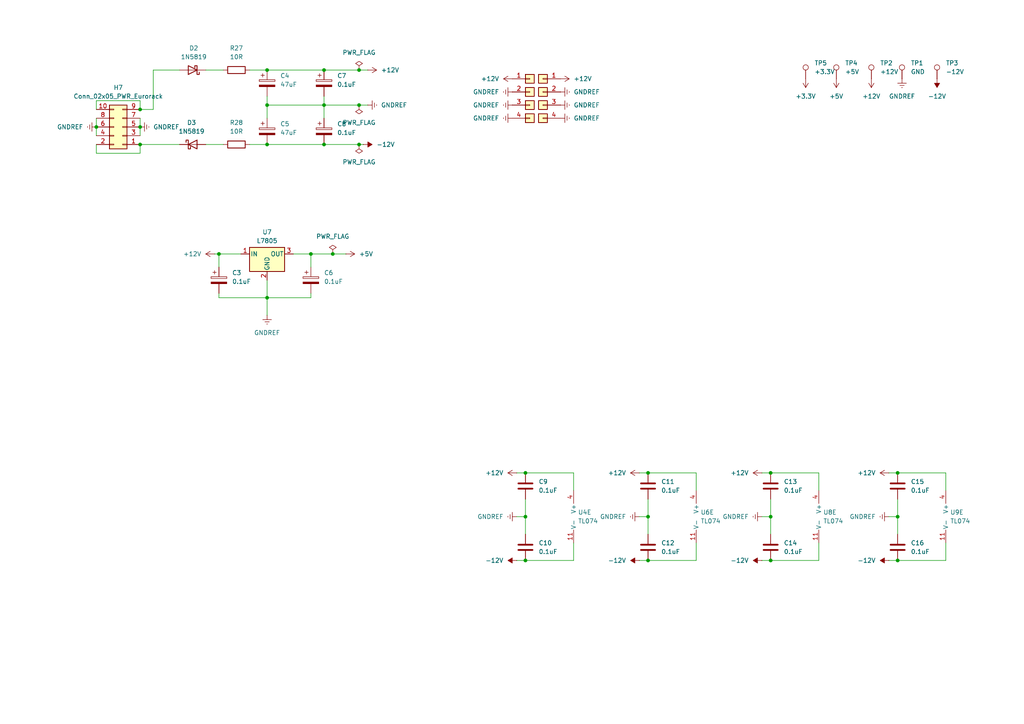
<source format=kicad_sch>
(kicad_sch (version 20231120) (generator "eeschema") (generator_version "8.0")
  (paper "A4")
  (lib_symbols
    (symbol "Amplifier_Operational:TL074" (pin_names (offset 0.127))
      (property "Reference" "U" (at 0 5.08 0))
      (property "Value" "TL074" (at 0 -5.08 0))
      (symbol "TL074_1_1"
        (polyline (pts (xy -5.08 5.08) (xy 5.08 0) (xy -5.08 -5.08) (xy -5.08 5.08)) (stroke (width 0.254)) (fill (type background)))
        (pin output line (at 7.62 0 180) (length 2.54) (name "~") (number "1"))
        (pin input line (at -7.62 -2.54 0) (length 2.54) (name "-") (number "2"))
        (pin input line (at -7.62 2.54 0) (length 2.54) (name "+") (number "3"))
      )
      (symbol "TL074_2_1"
        (polyline (pts (xy -5.08 5.08) (xy 5.08 0) (xy -5.08 -5.08) (xy -5.08 5.08)) (stroke (width 0.254)) (fill (type background)))
        (pin input line (at -7.62 2.54 0) (length 2.54) (name "+") (number "5"))
        (pin input line (at -7.62 -2.54 0) (length 2.54) (name "-") (number "6"))
        (pin output line (at 7.62 0 180) (length 2.54) (name "~") (number "7"))
      )
      (symbol "TL074_3_1"
        (polyline (pts (xy -5.08 5.08) (xy 5.08 0) (xy -5.08 -5.08) (xy -5.08 5.08)) (stroke (width 0.254)) (fill (type background)))
        (pin input line (at -7.62 2.54 0) (length 2.54) (name "+") (number "10"))
        (pin output line (at 7.62 0 180) (length 2.54) (name "~") (number "8"))
        (pin input line (at -7.62 -2.54 0) (length 2.54) (name "-") (number "9"))
      )
      (symbol "TL074_4_1"
        (polyline (pts (xy -5.08 5.08) (xy 5.08 0) (xy -5.08 -5.08) (xy -5.08 5.08)) (stroke (width 0.254)) (fill (type background)))
        (pin input line (at -7.62 2.54 0) (length 2.54) (name "+") (number "12"))
        (pin input line (at -7.62 -2.54 0) (length 2.54) (name "-") (number "13"))
        (pin output line (at 7.62 0 180) (length 2.54) (name "~") (number "14"))
      )
      (symbol "TL074_5_1"
        (pin power_in line (at -2.54 -7.62 90) (length 3.81) (name "V-") (number "11"))
        (pin power_in line (at -2.54 7.62 270) (length 3.81) (name "V+") (number "4"))
      )
    )
    (symbol "Connector:TestPoint" (pin_numbers hide) (pin_names (offset 0.762) hide)
      (property "Reference" "TP" (at 0 6.858 0))
      (property "Value" "TestPoint" (at 0 5.08 0))
      (symbol "TestPoint_0_1"
        (circle (center 0 3.302) (radius 0.762))
      )
      (symbol "TestPoint_1_1"
        (pin passive line (at 0 0 90) (length 2.54) (name "1") (number "1"))
      )
    )
    (symbol "Device:C" (pin_numbers hide) (pin_names (offset 0.254))
      (property "Reference" "C" (at 0.635 2.54 0))
      (property "Value" "C" (at 0.635 -2.54 0))
      (symbol "C_0_1"
        (polyline (pts (xy -2.032 -0.762) (xy 2.032 -0.762)) (stroke (width 0.508)))
        (polyline (pts (xy -2.032 0.762) (xy 2.032 0.762)) (stroke (width 0.508)))
      )
      (symbol "C_1_1"
        (pin passive line (at 0 3.81 270) (length 2.794) (name "~") (number "1"))
        (pin passive line (at 0 -3.81 90) (length 2.794) (name "~") (number "2"))
      )
    )
    (symbol "Device:C_Polarized" (pin_numbers hide) (pin_names (offset 0.254))
      (property "Reference" "C" (at 0.635 2.54 0))
      (property "Value" "C_Polarized" (at 0.635 -2.54 0))
      (symbol "C_Polarized_0_1"
        (rectangle (start -2.286 0.508) (end 2.286 1.016))
        (polyline (pts (xy -1.778 2.286) (xy -0.762 2.286)))
        (polyline (pts (xy -1.27 2.794) (xy -1.27 1.778)))
        (rectangle (start 2.286 -0.508) (end -2.286 -1.016) (fill (type outline)))
      )
      (symbol "C_Polarized_1_1"
        (pin passive line (at 0 3.81 270) (length 2.794) (name "~") (number "1"))
        (pin passive line (at 0 -3.81 90) (length 2.794) (name "~") (number "2"))
      )
    )
    (symbol "Device:R" (pin_numbers hide) (pin_names (offset 0))
      (property "Reference" "R" (at 2.032 0 90))
      (property "Value" "R" (at 0 0 90))
      (symbol "R_0_1"
        (rectangle (start -1.016 -2.54) (end 1.016 2.54) (stroke (width 0.254)))
      )
      (symbol "R_1_1"
        (pin passive line (at 0 3.81 270) (length 1.27) (name "~") (number "1"))
        (pin passive line (at 0 -3.81 90) (length 1.27) (name "~") (number "2"))
      )
    )
    (symbol "Diode:1N5817" (pin_numbers hide) (pin_names (offset 1.016) hide)
      (property "Reference" "D" (at 0 2.54 0))
      (property "Value" "1N5817" (at 0 -2.54 0))
      (symbol "1N5817_0_1"
        (polyline (pts (xy 1.27 0) (xy -1.27 0)))
        (polyline (pts (xy 1.27 1.27) (xy 1.27 -1.27) (xy -1.27 0) (xy 1.27 1.27)) (stroke (width 0.254)))
        (polyline (pts (xy -1.905 0.635) (xy -1.905 1.27) (xy -1.27 1.27) (xy -1.27 -1.27) (xy -0.635 -1.27) (xy -0.635 -0.635)) (stroke (width 0.254)))
      )
      (symbol "1N5817_1_1"
        (pin passive line (at -3.81 0 0) (length 2.54) (name "K") (number "1"))
        (pin passive line (at 3.81 0 180) (length 2.54) (name "A") (number "2"))
      )
    )
    (symbol "Regulator_Linear:L7805" (pin_names (offset 0.254))
      (property "Reference" "U" (at -3.81 3.175 0))
      (property "Value" "L7805" (at 0 3.175 0))
      (symbol "L7805_0_1"
        (rectangle (start -5.08 1.905) (end 5.08 -5.08) (stroke (width 0.254)) (fill (type background)))
      )
      (symbol "L7805_1_1"
        (pin power_in line (at -7.62 0 0) (length 2.54) (name "IN") (number "1"))
        (pin power_in line (at 0 -7.62 90) (length 2.54) (name "GND") (number "2"))
        (pin power_out line (at 7.62 0 180) (length 2.54) (name "OUT") (number "3"))
      )
    )
    (symbol "power:+12V" (power) (pin_numbers hide) (pin_names (offset 0) hide)
      (property "Value" "+12V" (at 0 3.556 0))
      (symbol "+12V_0_1"
        (polyline (pts (xy -0.762 1.27) (xy 0 2.54)))
        (polyline (pts (xy 0 0) (xy 0 2.54)))
        (polyline (pts (xy 0 2.54) (xy 0.762 1.27)))
      )
      (symbol "+12V_1_1"
        (pin power_in line (at 0 0 90) (length 0) (name "~") (number "1"))
      )
    )
    (symbol "power:+3.3V" (power) (pin_numbers hide) (pin_names (offset 0) hide)
      (property "Value" "+3.3V" (at 0 3.556 0))
      (symbol "+3.3V_0_1"
        (polyline (pts (xy -0.762 1.27) (xy 0 2.54)))
        (polyline (pts (xy 0 0) (xy 0 2.54)))
        (polyline (pts (xy 0 2.54) (xy 0.762 1.27)))
      )
      (symbol "+3.3V_1_1"
        (pin power_in line (at 0 0 90) (length 0) (name "~") (number "1"))
      )
    )
    (symbol "power:+5V" (power) (pin_numbers hide) (pin_names (offset 0) hide)
      (property "Value" "+5V" (at 0 3.556 0))
      (symbol "+5V_0_1"
        (polyline (pts (xy -0.762 1.27) (xy 0 2.54)))
        (polyline (pts (xy 0 0) (xy 0 2.54)))
        (polyline (pts (xy 0 2.54) (xy 0.762 1.27)))
      )
      (symbol "+5V_1_1"
        (pin power_in line (at 0 0 90) (length 0) (name "~") (number "1"))
      )
    )
    (symbol "power:-12V" (power) (pin_numbers hide) (pin_names (offset 0) hide)
      (property "Value" "-12V" (at 0 3.556 0))
      (symbol "-12V_0_0"
        (pin power_in line (at 0 0 90) (length 0) (name "~") (number "1"))
      )
      (symbol "-12V_0_1"
        (polyline (pts (xy 0 0) (xy 0 1.27) (xy 0.762 1.27) (xy 0 2.54) (xy -0.762 1.27) (xy 0 1.27)) (fill (type outline)))
      )
    )
    (symbol "power:GNDREF" (power) (pin_numbers hide) (pin_names (offset 0) hide)
      (property "Value" "GNDREF" (at 0 -3.81 0))
      (symbol "GNDREF_0_1"
        (polyline (pts (xy -0.635 -1.905) (xy 0.635 -1.905)))
        (polyline (pts (xy -0.127 -2.54) (xy 0.127 -2.54)))
        (polyline (pts (xy 0 -1.27) (xy 0 0)))
        (polyline (pts (xy 1.27 -1.27) (xy -1.27 -1.27)))
      )
      (symbol "GNDREF_1_1"
        (pin power_in line (at 0 0 270) (length 0) (name "~") (number "1"))
      )
    )
    (symbol "power:PWR_FLAG" (power) (pin_numbers hide) (pin_names (offset 0) hide)
      (property "Value" "PWR_FLAG" (at 0 3.81 0))
      (symbol "PWR_FLAG_0_0"
        (pin power_out line (at 0 0 90) (length 0) (name "~") (number "1"))
      )
      (symbol "PWR_FLAG_0_1"
        (polyline (pts (xy 0 0) (xy 0 1.27) (xy -1.016 1.905) (xy 0 2.54) (xy 1.016 1.905) (xy 0 1.27)))
      )
    )
    (symbol "synth:Conn_02x05_EuroRack_Power" (pin_names (offset 1.016) hide)
      (property "Reference" "H13" (at 0 -11.43 0))
      (property "Value" "Conn_02x05_PWR_Eurorack" (at 0 -8.89 0))
      (symbol "Conn_02x05_EuroRack_Power_1_1"
        (rectangle (start -2.54 -4.953) (end -1.27 -5.207) (stroke (width 0.1524)))
        (rectangle (start -2.54 -2.413) (end -1.27 -2.667) (stroke (width 0.1524)))
        (rectangle (start -2.54 0.127) (end -1.27 -0.127) (stroke (width 0.1524)))
        (rectangle (start -2.54 2.667) (end -1.27 2.413) (stroke (width 0.1524)))
        (rectangle (start -2.54 5.207) (end -1.27 4.953) (stroke (width 0.1524)))
        (rectangle (start -2.54 6.35) (end 2.54 -6.35) (stroke (width 0.254)) (fill (type background)))
        (rectangle (start 2.54 -4.953) (end 1.27 -5.207) (stroke (width 0.1524)))
        (rectangle (start 2.54 -2.413) (end 1.27 -2.667) (stroke (width 0.1524)))
        (rectangle (start 2.54 0.127) (end 1.27 -0.127) (stroke (width 0.1524)))
        (rectangle (start 2.54 2.667) (end 1.27 2.413) (stroke (width 0.1524)))
        (rectangle (start 2.54 5.207) (end 1.27 4.953) (stroke (width 0.1524)))
        (pin passive line (at -6.35 5.08 0) (length 3.81) (name "Pin_1") (number "1"))
        (pin passive line (at 6.35 -5.08 180) (length 3.81) (name "Pin_10") (number "10"))
        (pin passive line (at 6.35 5.08 180) (length 3.81) (name "Pin_2") (number "2"))
        (pin passive line (at -6.35 2.54 0) (length 3.81) (name "Pin_3") (number "3"))
        (pin passive line (at 6.35 2.54 180) (length 3.81) (name "Pin_4") (number "4"))
        (pin passive line (at -6.35 0 0) (length 3.81) (name "Pin_5") (number "5"))
        (pin passive line (at 6.35 0 180) (length 3.81) (name "Pin_6") (number "6"))
        (pin passive line (at -6.35 -2.54 0) (length 3.81) (name "Pin_7") (number "7"))
        (pin passive line (at 6.35 -2.54 180) (length 3.81) (name "Pin_8") (number "8"))
        (pin passive line (at -6.35 -5.08 0) (length 3.81) (name "Pin_9") (number "9"))
      )
    )
    (symbol "synth:PinHeader_01x04" (pin_names (offset 1.016) hide)
      (property "Reference" "H" (at 0 2.54 0))
      (property "Value" "PinHeader_01x04" (at 0 -2.54 0))
      (symbol "PinHeader_01x04_1_1"
        (rectangle (start -1.27 0.127) (end 0 -0.127) (stroke (width 0.1524)))
        (rectangle (start -1.27 1.27) (end 1.27 -1.27) (stroke (width 0.254)) (fill (type background)))
        (pin passive line (at -5.08 0 0) (length 3.81) (name "Pin_1") (number "1"))
      )
      (symbol "PinHeader_01x04_2_1"
        (rectangle (start -1.27 0.127) (end 0 -0.127) (stroke (width 0.1524)))
        (rectangle (start -1.27 1.27) (end 1.27 -1.27) (stroke (width 0.254)) (fill (type background)))
        (pin passive line (at -5.08 0 0) (length 3.81) (name "Pin_2") (number "2"))
      )
      (symbol "PinHeader_01x04_3_1"
        (rectangle (start -1.27 0.127) (end 0 -0.127) (stroke (width 0.1524)))
        (rectangle (start -1.27 1.27) (end 1.27 -1.27) (stroke (width 0.254)) (fill (type background)))
        (pin passive line (at -5.08 0 0) (length 3.81) (name "Pin_3") (number "3"))
      )
      (symbol "PinHeader_01x04_4_1"
        (rectangle (start -1.27 0.127) (end 0 -0.127) (stroke (width 0.1524)))
        (rectangle (start -1.27 1.27) (end 1.27 -1.27) (stroke (width 0.254)) (fill (type background)))
        (pin passive line (at -5.08 0 0) (length 3.81) (name "Pin_4") (number "4"))
      )
    )
    (symbol "synth:PinSocket_01x04" (pin_names (offset 1.016) hide)
      (property "Reference" "H" (at 0 2.54 0))
      (property "Value" "PinSocket_01x04" (at 0 -2.54 0))
      (symbol "PinSocket_01x04_1_1"
        (rectangle (start -1.27 0.127) (end 0 -0.127) (stroke (width 0.1524)))
        (rectangle (start -1.27 1.27) (end 1.27 -1.27) (stroke (width 0.254)) (fill (type background)))
        (pin passive line (at -5.08 0 0) (length 3.81) (name "Pin_1") (number "1"))
      )
      (symbol "PinSocket_01x04_2_1"
        (rectangle (start -1.27 0.127) (end 0 -0.127) (stroke (width 0.1524)))
        (rectangle (start -1.27 1.27) (end 1.27 -1.27) (stroke (width 0.254)) (fill (type background)))
        (pin passive line (at -5.08 0 0) (length 3.81) (name "Pin_2") (number "2"))
      )
      (symbol "PinSocket_01x04_3_1"
        (rectangle (start -1.27 0.127) (end 0 -0.127) (stroke (width 0.1524)))
        (rectangle (start -1.27 1.27) (end 1.27 -1.27) (stroke (width 0.254)) (fill (type background)))
        (pin passive line (at -5.08 0 0) (length 3.81) (name "Pin_3") (number "3"))
      )
      (symbol "PinSocket_01x04_4_1"
        (rectangle (start -1.27 0.127) (end 0 -0.127) (stroke (width 0.1524)))
        (rectangle (start -1.27 1.27) (end 1.27 -1.27) (stroke (width 0.254)) (fill (type background)))
        (pin passive line (at -5.08 0 0) (length 3.81) (name "Pin_4") (number "4"))
      )
    )
  )
  (junction (at 187.96 137.16))
  (junction (at 187.96 149.86))
  (junction (at 77.47 30.48))
  (junction (at 96.52 73.66))
  (junction (at 223.52 137.16))
  (junction (at 260.35 162.56))
  (junction (at 93.98 30.48))
  (junction (at 40.64 31.75))
  (junction (at 40.64 36.83))
  (junction (at 104.14 41.91))
  (junction (at 152.4 137.16))
  (junction (at 152.4 162.56))
  (junction (at 260.35 137.16))
  (junction (at 27.94 36.83))
  (junction (at 90.17 73.66))
  (junction (at 77.47 20.32))
  (junction (at 223.52 162.56))
  (junction (at 63.5 73.66))
  (junction (at 93.98 41.91))
  (junction (at 77.47 41.91))
  (junction (at 152.4 149.86))
  (junction (at 223.52 149.86))
  (junction (at 93.98 20.32))
  (junction (at 104.14 20.32))
  (junction (at 40.64 41.91))
  (junction (at 104.14 30.48))
  (junction (at 260.35 149.86))
  (junction (at 187.96 162.56))
  (junction (at 77.47 86.36))
  (wire (pts (xy 257.81 162.56) (xy 260.35 162.56)))
  (wire (pts (xy 149.86 162.56) (xy 152.4 162.56)))
  (wire (pts (xy 96.52 73.66) (xy 100.33 73.66)))
  (wire (pts (xy 185.42 162.56) (xy 187.96 162.56)))
  (wire (pts (xy 77.47 81.28) (xy 77.47 86.36)))
  (wire (pts (xy 44.45 20.32) (xy 52.07 20.32)))
  (wire (pts (xy 77.47 91.44) (xy 77.47 86.36)))
  (wire (pts (xy 260.35 149.86) (xy 260.35 154.94)))
  (wire (pts (xy 185.42 137.16) (xy 187.96 137.16)))
  (wire (pts (xy 104.14 30.48) (xy 106.68 30.48)))
  (wire (pts (xy 90.17 73.66) (xy 85.09 73.66)))
  (wire (pts (xy 40.64 41.91) (xy 52.07 41.91)))
  (wire (pts (xy 40.64 34.29) (xy 40.64 36.83)))
  (wire (pts (xy 152.4 162.56) (xy 166.37 162.56)))
  (wire (pts (xy 93.98 27.94) (xy 93.98 30.48)))
  (wire (pts (xy 201.93 157.48) (xy 201.93 162.56)))
  (wire (pts (xy 260.35 137.16) (xy 274.32 137.16)))
  (wire (pts (xy 104.14 41.91) (xy 105.41 41.91)))
  (wire (pts (xy 237.49 157.48) (xy 237.49 162.56)))
  (wire (pts (xy 166.37 157.48) (xy 166.37 162.56)))
  (wire (pts (xy 77.47 41.91) (xy 93.98 41.91)))
  (wire (pts (xy 152.4 144.78) (xy 152.4 149.86)))
  (wire (pts (xy 223.52 149.86) (xy 220.98 149.86)))
  (wire (pts (xy 223.52 144.78) (xy 223.52 149.86)))
  (wire (pts (xy 149.86 137.16) (xy 152.4 137.16)))
  (wire (pts (xy 187.96 137.16) (xy 201.93 137.16)))
  (wire (pts (xy 93.98 20.32) (xy 104.14 20.32)))
  (wire (pts (xy 63.5 73.66) (xy 69.85 73.66)))
  (wire (pts (xy 62.23 73.66) (xy 63.5 73.66)))
  (wire (pts (xy 40.64 31.75) (xy 40.64 29.21)))
  (wire (pts (xy 274.32 137.16) (xy 274.32 142.24)))
  (wire (pts (xy 90.17 85.09) (xy 90.17 86.36)))
  (wire (pts (xy 63.5 77.47) (xy 63.5 73.66)))
  (wire (pts (xy 274.32 157.48) (xy 274.32 162.56)))
  (wire (pts (xy 223.52 137.16) (xy 237.49 137.16)))
  (wire (pts (xy 63.5 86.36) (xy 77.47 86.36)))
  (wire (pts (xy 72.39 41.91) (xy 77.47 41.91)))
  (wire (pts (xy 166.37 137.16) (xy 166.37 142.24)))
  (wire (pts (xy 63.5 86.36) (xy 63.5 85.09)))
  (wire (pts (xy 77.47 20.32) (xy 93.98 20.32)))
  (wire (pts (xy 27.94 44.45) (xy 40.64 44.45)))
  (wire (pts (xy 40.64 29.21) (xy 27.94 29.21)))
  (wire (pts (xy 152.4 149.86) (xy 149.86 149.86)))
  (wire (pts (xy 201.93 137.16) (xy 201.93 142.24)))
  (wire (pts (xy 104.14 20.32) (xy 106.68 20.32)))
  (wire (pts (xy 223.52 162.56) (xy 237.49 162.56)))
  (wire (pts (xy 27.94 41.91) (xy 27.94 44.45)))
  (wire (pts (xy 237.49 137.16) (xy 237.49 142.24)))
  (wire (pts (xy 260.35 144.78) (xy 260.35 149.86)))
  (wire (pts (xy 59.69 41.91) (xy 64.77 41.91)))
  (wire (pts (xy 77.47 27.94) (xy 77.47 30.48)))
  (wire (pts (xy 40.64 36.83) (xy 40.64 39.37)))
  (wire (pts (xy 152.4 149.86) (xy 152.4 154.94)))
  (wire (pts (xy 220.98 162.56) (xy 223.52 162.56)))
  (wire (pts (xy 40.64 44.45) (xy 40.64 41.91)))
  (wire (pts (xy 260.35 149.86) (xy 257.81 149.86)))
  (wire (pts (xy 44.45 20.32) (xy 44.45 31.75)))
  (wire (pts (xy 257.81 137.16) (xy 260.35 137.16)))
  (wire (pts (xy 27.94 36.83) (xy 27.94 39.37)))
  (wire (pts (xy 93.98 30.48) (xy 93.98 34.29)))
  (wire (pts (xy 93.98 41.91) (xy 104.14 41.91)))
  (wire (pts (xy 40.64 31.75) (xy 44.45 31.75)))
  (wire (pts (xy 187.96 162.56) (xy 201.93 162.56)))
  (wire (pts (xy 93.98 30.48) (xy 104.14 30.48)))
  (wire (pts (xy 77.47 86.36) (xy 90.17 86.36)))
  (wire (pts (xy 27.94 34.29) (xy 27.94 36.83)))
  (wire (pts (xy 96.52 73.66) (xy 90.17 73.66)))
  (wire (pts (xy 187.96 144.78) (xy 187.96 149.86)))
  (wire (pts (xy 77.47 30.48) (xy 93.98 30.48)))
  (wire (pts (xy 223.52 149.86) (xy 223.52 154.94)))
  (wire (pts (xy 77.47 30.48) (xy 77.47 34.29)))
  (wire (pts (xy 152.4 137.16) (xy 166.37 137.16)))
  (wire (pts (xy 187.96 149.86) (xy 185.42 149.86)))
  (wire (pts (xy 72.39 20.32) (xy 77.47 20.32)))
  (wire (pts (xy 59.69 20.32) (xy 64.77 20.32)))
  (wire (pts (xy 27.94 29.21) (xy 27.94 31.75)))
  (wire (pts (xy 187.96 149.86) (xy 187.96 154.94)))
  (wire (pts (xy 220.98 137.16) (xy 223.52 137.16)))
  (wire (pts (xy 260.35 162.56) (xy 274.32 162.56)))
  (wire (pts (xy 90.17 77.47) (xy 90.17 73.66)))
  (symbol (lib_id "power:GNDREF") (at 27.94 36.83 270) (unit 1)
    (property "Reference" "#PWR032" (effects (hide yes)))
    (property "Value" "GNDREF" (at 24.13 36.8299 90) (effects (justify right)))
    (property "Description" "Power symbol creates a global label with name \"GNDREF\" , reference supply ground" (effects (hide yes)))
  )
  (symbol (lib_id "synth:PinSocket_01x04") (at 153.67 26.67 0) (unit 2)
    (property "Reference" "H8" (effects (hide yes)))
    (property "Value" "PinSocket_01x04" (effects (hide yes)))
    (property "Footprint" "Synth:PinSocket_1x04_P2.54mm_Vertical" (effects (hide yes)))
    (property "Description" "Generic connector, single row, 01x01, script generated (kicad-library-utils/schlib/autogen/connector/)" (effects (hide yes)))
  )
  (symbol (lib_id "Device:C") (at 152.4 140.97 0) (unit 1)
    (property "Reference" "C9" (at 156.21 139.6999 0) (effects (justify left)))
    (property "Value" "0.1uF" (at 156.21 142.2399 0) (effects (justify left)))
    (property "Footprint" "Capacitor_SMD:C_0805_2012Metric_Pad1.18x1.45mm_HandSolder" (effects (hide yes)))
    (property "Description" "Unpolarized capacitor" (effects (hide yes)))
  )
  (symbol (lib_id "Device:C") (at 223.52 158.75 0) (unit 1)
    (property "Reference" "C14" (at 227.33 157.4799 0) (effects (justify left)))
    (property "Value" "0.1uF" (at 227.33 160.0199 0) (effects (justify left)))
    (property "Footprint" "Capacitor_SMD:C_0805_2012Metric_Pad1.18x1.45mm_HandSolder" (effects (hide yes)))
    (property "Description" "Unpolarized capacitor" (effects (hide yes)))
  )
  (symbol (lib_id "Device:C_Polarized") (at 90.17 81.28 0) (unit 1)
    (property "Reference" "C6" (at 93.98 79.1209 0) (effects (justify left)))
    (property "Value" "0.1uF" (at 93.98 81.6609 0) (effects (justify left)))
    (property "Footprint" "Capacitor_THT:CP_Radial_D4.0mm_P2.00mm" (effects (hide yes)))
    (property "Description" "Polarized capacitor" (effects (hide yes)))
  )
  (symbol (lib_id "Diode:1N5817") (at 55.88 20.32 180) (unit 1)
    (property "Reference" "D2" (at 56.1975 13.97 0))
    (property "Value" "1N5819" (at 56.1975 16.51 0))
    (property "Footprint" "Diode_SMD:D_SOD-123" (effects (hide yes)))
    (property "Datasheet" "http://www.vishay.com/docs/88525/1n5817.pdf" (effects (hide yes)))
    (property "Description" "20V 1A Schottky Barrier Rectifier Diode, DO-41" (effects (hide yes)))
  )
  (symbol (lib_id "power:-12V") (at 257.81 162.56 90) (unit 1)
    (property "Reference" "#PWR059" (effects (hide yes)))
    (property "Value" "-12V" (at 254 162.5599 90) (effects (justify left)))
    (property "Description" "Power symbol creates a global label with name \"-12V\"" (effects (hide yes)))
  )
  (symbol (lib_id "power:+3.3V") (at 233.68 22.86 180) (unit 1)
    (property "Reference" "#PWR0101" (effects (hide yes)))
    (property "Value" "+3.3V" (at 233.68 27.94 0))
    (property "Description" "Power symbol creates a global label with name \"+3.3V\"" (effects (hide yes)))
  )
  (symbol (lib_id "Device:C_Polarized") (at 63.5 81.28 0) (unit 1)
    (property "Reference" "C3" (at 67.31 79.1209 0) (effects (justify left)))
    (property "Value" "0.1uF" (at 67.31 81.6609 0) (effects (justify left)))
    (property "Footprint" "Capacitor_THT:CP_Radial_D4.0mm_P2.00mm" (effects (hide yes)))
    (property "Description" "Polarized capacitor" (effects (hide yes)))
  )
  (symbol (lib_id "power:GNDREF") (at 257.81 149.86 270) (unit 1)
    (property "Reference" "#PWR058" (effects (hide yes)))
    (property "Value" "GNDREF" (at 254 149.8599 90) (effects (justify right)))
    (property "Description" "Power symbol creates a global label with name \"GNDREF\" , reference supply ground" (effects (hide yes)))
  )
  (symbol (lib_id "power:+12V") (at 185.42 137.16 90) (unit 1)
    (property "Reference" "#PWR051" (effects (hide yes)))
    (property "Value" "+12V" (at 181.61 137.1599 90) (effects (justify left)))
    (property "Description" "Power symbol creates a global label with name \"+12V\"" (effects (hide yes)))
  )
  (symbol (lib_id "Connector:TestPoint") (at 252.73 22.86 0) (unit 1) (exclude_from_sim yes) (in_bom no)
    (property "Reference" "TP2" (at 255.27 18.2879 0) (effects (justify left)))
    (property "Value" "+12V" (at 255.27 20.8279 0) (effects (justify left)))
    (property "Footprint" "Connector_Pin:Pin_D1.0mm_L10.0mm" (effects (hide yes)))
    (property "Description" "test point" (effects (hide yes)))
  )
  (symbol (lib_id "power:GNDREF") (at 149.86 149.86 270) (unit 1)
    (property "Reference" "#PWR045" (effects (hide yes)))
    (property "Value" "GNDREF" (at 146.05 149.8599 90) (effects (justify right)))
    (property "Description" "Power symbol creates a global label with name \"GNDREF\" , reference supply ground" (effects (hide yes)))
  )
  (symbol (lib_id "Device:R") (at 68.58 20.32 90) (unit 1)
    (property "Reference" "R27" (at 68.58 13.97 90))
    (property "Value" "10R" (at 68.58 16.51 90))
    (property "Footprint" "Resistor_SMD:R_0805_2012Metric_Pad1.20x1.40mm_HandSolder" (effects (hide yes)))
    (property "Description" "Resistor" (effects (hide yes)))
  )
  (symbol (lib_id "Amplifier_Operational:TL074") (at 240.03 149.86 0) (unit 5)
    (property "Reference" "U8" (at 238.76 148.5899 0) (effects (justify left)))
    (property "Value" "TL074" (at 238.76 151.1299 0) (effects (justify left)))
    (property "Footprint" "Package_SO:SOIC-14_3.9x8.7mm_P1.27mm" (effects (hide yes)))
    (property "Datasheet" "http://www.ti.com/lit/ds/symlink/tl071.pdf" (effects (hide yes)))
    (property "Description" "Quad Low-Noise JFET-Input Operational Amplifiers, DIP-14/SOIC-14" (effects (hide yes)))
  )
  (symbol (lib_id "Device:R") (at 68.58 41.91 90) (unit 1)
    (property "Reference" "R28" (at 68.58 35.56 90))
    (property "Value" "10R" (at 68.58 38.1 90))
    (property "Footprint" "Resistor_SMD:R_0805_2012Metric_Pad1.20x1.40mm_HandSolder" (effects (hide yes)))
    (property "Description" "Resistor" (effects (hide yes)))
  )
  (symbol (lib_id "power:GNDREF") (at 106.68 30.48 90) (unit 1)
    (property "Reference" "#PWR039" (effects (hide yes)))
    (property "Value" "GNDREF" (at 110.49 30.4799 90) (effects (justify right)))
    (property "Description" "Power symbol creates a global label with name \"GNDREF\" , reference supply ground" (effects (hide yes)))
  )
  (symbol (lib_id "power:GNDREF") (at 162.56 34.29 90) (unit 1)
    (property "Reference" "#PWR050" (effects (hide yes)))
    (property "Value" "GNDREF" (at 166.37 34.2899 90) (effects (justify right)))
    (property "Description" "Power symbol creates a global label with name \"GNDREF\" , reference supply ground" (effects (hide yes)))
  )
  (symbol (lib_id "Regulator_Linear:L7805") (at 77.47 73.66 0) (unit 1)
    (property "Reference" "U7" (at 77.47 67.31 0))
    (property "Value" "L7805" (at 77.47 69.85 0))
    (property "Footprint" "Package_TO_SOT_SMD:SOT-89-3_Handsoldering" (effects (hide yes)))
    (property "Datasheet" "http://www.st.com/content/ccc/resource/technical/document/datasheet/41/4f/b3/b0/12/d4/47/88/CD00000444.pdf/files/CD00000444.pdf/jcr:content/translations/en.CD00000444.pdf" (effects (hide yes)))
    (property "Description" "Positive 1.5A 35V Linear Regulator, Fixed Output 5V, TO-220/TO-263/TO-252" (effects (hide yes)))
  )
  (symbol (lib_id "power:+12V") (at 162.56 22.86 270) (unit 1)
    (property "Reference" "#PWR047" (effects (hide yes)))
    (property "Value" "+12V" (at 166.37 22.8599 90) (effects (justify left)))
    (property "Description" "Power symbol creates a global label with name \"+12V\"" (effects (hide yes)))
  )
  (symbol (lib_id "power:-12V") (at 271.78 22.86 180) (unit 1)
    (property "Reference" "#PWR099" (effects (hide yes)))
    (property "Value" "-12V" (at 271.78 27.94 0))
    (property "Description" "Power symbol creates a global label with name \"-12V\"" (effects (hide yes)))
  )
  (symbol (lib_id "Connector:TestPoint") (at 242.57 22.86 0) (unit 1) (exclude_from_sim yes) (in_bom no)
    (property "Reference" "TP4" (at 245.11 18.2879 0) (effects (justify left)))
    (property "Value" "+5V" (at 245.11 20.8279 0) (effects (justify left)))
    (property "Footprint" "Connector_Pin:Pin_D1.0mm_L10.0mm" (effects (hide yes)))
    (property "Description" "test point" (effects (hide yes)))
  )
  (symbol (lib_id "Device:C") (at 260.35 140.97 0) (unit 1)
    (property "Reference" "C15" (at 264.16 139.6999 0) (effects (justify left)))
    (property "Value" "0.1uF" (at 264.16 142.2399 0) (effects (justify left)))
    (property "Footprint" "Capacitor_SMD:C_0805_2012Metric_Pad1.18x1.45mm_HandSolder" (effects (hide yes)))
    (property "Description" "Unpolarized capacitor" (effects (hide yes)))
  )
  (symbol (lib_id "synth:PinHeader_01x04") (at 157.48 34.29 180) (unit 4)
    (property "Reference" "H9" (effects (hide yes)))
    (property "Value" "PinHeader_01x04" (effects (hide yes)))
    (property "Footprint" "Synth:PinHeader_1x04_P2.54mm_Vertical" (effects (hide yes)))
    (property "Description" "Generic connector, single row, 01x01, script generated (kicad-library-utils/schlib/autogen/connector/)" (effects (hide yes)))
  )
  (symbol (lib_id "power:-12V") (at 185.42 162.56 90) (unit 1)
    (property "Reference" "#PWR053" (effects (hide yes)))
    (property "Value" "-12V" (at 181.61 162.5599 90) (effects (justify left)))
    (property "Description" "Power symbol creates a global label with name \"-12V\"" (effects (hide yes)))
  )
  (symbol (lib_id "power:GNDREF") (at 261.62 22.86 0) (unit 1)
    (property "Reference" "#PWR097" (effects (hide yes)))
    (property "Value" "GNDREF" (at 261.62 27.94 0))
    (property "Description" "Power symbol creates a global label with name \"GNDREF\" , reference supply ground" (effects (hide yes)))
  )
  (symbol (lib_id "Amplifier_Operational:TL074") (at 204.47 149.86 0) (unit 5)
    (property "Reference" "U6" (at 203.2 148.5899 0) (effects (justify left)))
    (property "Value" "TL074" (at 203.2 151.1299 0) (effects (justify left)))
    (property "Footprint" "Package_SO:SOIC-14_3.9x8.7mm_P1.27mm" (effects (hide yes)))
    (property "Datasheet" "http://www.ti.com/lit/ds/symlink/tl071.pdf" (effects (hide yes)))
    (property "Description" "Quad Low-Noise JFET-Input Operational Amplifiers, DIP-14/SOIC-14" (effects (hide yes)))
  )
  (symbol (lib_id "power:-12V") (at 105.41 41.91 270) (unit 1)
    (property "Reference" "#PWR037" (effects (hide yes)))
    (property "Value" "-12V" (at 109.22 41.9099 90) (effects (justify left)))
    (property "Description" "Power symbol creates a global label with name \"-12V\"" (effects (hide yes)))
  )
  (symbol (lib_id "power:PWR_FLAG") (at 104.14 20.32 0) (unit 1)
    (property "Reference" "#FLG02" (effects (hide yes)))
    (property "Value" "PWR_FLAG" (at 104.14 15.24 0))
    (property "Description" "Special symbol for telling ERC where power comes from" (effects (hide yes)))
  )
  (symbol (lib_id "power:PWR_FLAG") (at 104.14 41.91 180) (unit 1)
    (property "Reference" "#FLG04" (effects (hide yes)))
    (property "Value" "PWR_FLAG" (at 104.14 46.99 0))
    (property "Description" "Special symbol for telling ERC where power comes from" (effects (hide yes)))
  )
  (symbol (lib_id "power:GNDREF") (at 162.56 30.48 90) (unit 1)
    (property "Reference" "#PWR049" (effects (hide yes)))
    (property "Value" "GNDREF" (at 166.37 30.4799 90) (effects (justify right)))
    (property "Description" "Power symbol creates a global label with name \"GNDREF\" , reference supply ground" (effects (hide yes)))
  )
  (symbol (lib_id "power:+5V") (at 242.57 22.86 180) (unit 1)
    (property "Reference" "#PWR0100" (effects (hide yes)))
    (property "Value" "+5V" (at 242.57 27.94 0))
    (property "Description" "Power symbol creates a global label with name \"+5V\"" (effects (hide yes)))
  )
  (symbol (lib_id "power:PWR_FLAG") (at 96.52 73.66 0) (unit 1)
    (property "Reference" "#FLG01" (effects (hide yes)))
    (property "Value" "PWR_FLAG" (at 96.52 68.58 0))
    (property "Description" "Special symbol for telling ERC where power comes from" (effects (hide yes)))
  )
  (symbol (lib_id "power:GNDREF") (at 77.47 91.44 0) (unit 1)
    (property "Reference" "#PWR035" (effects (hide yes)))
    (property "Value" "GNDREF" (at 77.47 96.52 0))
    (property "Description" "Power symbol creates a global label with name \"GNDREF\" , reference supply ground" (effects (hide yes)))
  )
  (symbol (lib_id "power:GNDREF") (at 148.59 34.29 270) (unit 1)
    (property "Reference" "#PWR043" (effects (hide yes)))
    (property "Value" "GNDREF" (at 144.78 34.2899 90) (effects (justify right)))
    (property "Description" "Power symbol creates a global label with name \"GNDREF\" , reference supply ground" (effects (hide yes)))
  )
  (symbol (lib_id "Device:C_Polarized") (at 77.47 24.13 0) (unit 1)
    (property "Reference" "C4" (at 81.28 21.9709 0) (effects (justify left)))
    (property "Value" "47uF" (at 81.28 24.5109 0) (effects (justify left)))
    (property "Footprint" "Capacitor_THT:CP_Radial_D6.3mm_P2.50mm" (effects (hide yes)))
    (property "Description" "Polarized capacitor" (effects (hide yes)))
  )
  (symbol (lib_id "synth:PinSocket_01x04") (at 153.67 30.48 0) (unit 3)
    (property "Reference" "H8" (effects (hide yes)))
    (property "Value" "PinSocket_01x04" (effects (hide yes)))
    (property "Footprint" "Synth:PinSocket_1x04_P2.54mm_Vertical" (effects (hide yes)))
    (property "Description" "Generic connector, single row, 01x01, script generated (kicad-library-utils/schlib/autogen/connector/)" (effects (hide yes)))
  )
  (symbol (lib_id "Device:C_Polarized") (at 77.47 38.1 0) (unit 1)
    (property "Reference" "C5" (at 81.28 35.9409 0) (effects (justify left)))
    (property "Value" "47uF" (at 81.28 38.4809 0) (effects (justify left)))
    (property "Footprint" "Capacitor_THT:CP_Radial_D6.3mm_P2.50mm" (effects (hide yes)))
    (property "Description" "Polarized capacitor" (effects (hide yes)))
  )
  (symbol (lib_id "Amplifier_Operational:TL074") (at 276.86 149.86 0) (unit 5)
    (property "Reference" "U9" (at 275.59 148.5899 0) (effects (justify left)))
    (property "Value" "TL074" (at 275.59 151.1299 0) (effects (justify left)))
    (property "Footprint" "Package_SO:SOIC-14_3.9x8.7mm_P1.27mm" (effects (hide yes)))
    (property "Datasheet" "http://www.ti.com/lit/ds/symlink/tl071.pdf" (effects (hide yes)))
    (property "Description" "Quad Low-Noise JFET-Input Operational Amplifiers, DIP-14/SOIC-14" (effects (hide yes)))
  )
  (symbol (lib_id "Connector:TestPoint") (at 233.68 22.86 0) (unit 1) (exclude_from_sim yes) (in_bom no)
    (property "Reference" "TP5" (at 236.22 18.2879 0) (effects (justify left)))
    (property "Value" "+3.3V" (at 236.22 20.8279 0) (effects (justify left)))
    (property "Footprint" "Connector_Pin:Pin_D1.0mm_L10.0mm" (effects (hide yes)))
    (property "Description" "test point" (effects (hide yes)))
  )
  (symbol (lib_id "Device:C") (at 223.52 140.97 0) (unit 1)
    (property "Reference" "C13" (at 227.33 139.6999 0) (effects (justify left)))
    (property "Value" "0.1uF" (at 227.33 142.2399 0) (effects (justify left)))
    (property "Footprint" "Capacitor_SMD:C_0805_2012Metric_Pad1.18x1.45mm_HandSolder" (effects (hide yes)))
    (property "Description" "Unpolarized capacitor" (effects (hide yes)))
  )
  (symbol (lib_id "power:+12V") (at 148.59 22.86 90) (unit 1)
    (property "Reference" "#PWR040" (effects (hide yes)))
    (property "Value" "+12V" (at 144.78 22.8599 90) (effects (justify left)))
    (property "Description" "Power symbol creates a global label with name \"+12V\"" (effects (hide yes)))
  )
  (symbol (lib_id "synth:PinHeader_01x04") (at 157.48 26.67 180) (unit 2)
    (property "Reference" "H9" (effects (hide yes)))
    (property "Value" "PinHeader_01x04" (effects (hide yes)))
    (property "Footprint" "Synth:PinHeader_1x04_P2.54mm_Vertical" (effects (hide yes)))
    (property "Description" "Generic connector, single row, 01x01, script generated (kicad-library-utils/schlib/autogen/connector/)" (effects (hide yes)))
  )
  (symbol (lib_id "synth:Conn_02x05_EuroRack_Power") (at 34.29 36.83 180) (unit 1)
    (property "Reference" "H7" (at 34.29 25.4 0))
    (property "Value" "Conn_02x05_PWR_Eurorack" (at 34.29 27.94 0))
    (property "Footprint" "Synth:IDC-Header_2x05_P2.54mm_Vertical" (effects (hide yes)))
  )
  (symbol (lib_id "Device:C") (at 187.96 140.97 0) (unit 1)
    (property "Reference" "C11" (at 191.77 139.6999 0) (effects (justify left)))
    (property "Value" "0.1uF" (at 191.77 142.2399 0) (effects (justify left)))
    (property "Footprint" "Capacitor_SMD:C_0805_2012Metric_Pad1.18x1.45mm_HandSolder" (effects (hide yes)))
    (property "Description" "Unpolarized capacitor" (effects (hide yes)))
  )
  (symbol (lib_id "power:GNDREF") (at 148.59 26.67 270) (unit 1)
    (property "Reference" "#PWR041" (effects (hide yes)))
    (property "Value" "GNDREF" (at 144.78 26.6699 90) (effects (justify right)))
    (property "Description" "Power symbol creates a global label with name \"GNDREF\" , reference supply ground" (effects (hide yes)))
  )
  (symbol (lib_id "power:+12V") (at 62.23 73.66 90) (unit 1)
    (property "Reference" "#PWR034" (effects (hide yes)))
    (property "Value" "+12V" (at 58.42 73.6599 90) (effects (justify left)))
    (property "Description" "Power symbol creates a global label with name \"+12V\"" (effects (hide yes)))
  )
  (symbol (lib_id "power:+12V") (at 149.86 137.16 90) (unit 1)
    (property "Reference" "#PWR044" (effects (hide yes)))
    (property "Value" "+12V" (at 146.05 137.1599 90) (effects (justify left)))
    (property "Description" "Power symbol creates a global label with name \"+12V\"" (effects (hide yes)))
  )
  (symbol (lib_id "power:GNDREF") (at 220.98 149.86 270) (unit 1)
    (property "Reference" "#PWR055" (effects (hide yes)))
    (property "Value" "GNDREF" (at 217.17 149.8599 90) (effects (justify right)))
    (property "Description" "Power symbol creates a global label with name \"GNDREF\" , reference supply ground" (effects (hide yes)))
  )
  (symbol (lib_id "Amplifier_Operational:TL074") (at 168.91 149.86 0) (unit 5)
    (property "Reference" "U4" (at 167.64 148.5899 0) (effects (justify left)))
    (property "Value" "TL074" (at 167.64 151.1299 0) (effects (justify left)))
    (property "Footprint" "Package_SO:SOIC-14_3.9x8.7mm_P1.27mm" (effects (hide yes)))
    (property "Datasheet" "http://www.ti.com/lit/ds/symlink/tl071.pdf" (effects (hide yes)))
    (property "Description" "Quad Low-Noise JFET-Input Operational Amplifiers, DIP-14/SOIC-14" (effects (hide yes)))
  )
  (symbol (lib_id "power:GNDREF") (at 162.56 26.67 90) (unit 1)
    (property "Reference" "#PWR048" (effects (hide yes)))
    (property "Value" "GNDREF" (at 166.37 26.6699 90) (effects (justify right)))
    (property "Description" "Power symbol creates a global label with name \"GNDREF\" , reference supply ground" (effects (hide yes)))
  )
  (symbol (lib_id "synth:PinHeader_01x04") (at 157.48 22.86 180) (unit 1)
    (property "Reference" "H9" (effects (hide yes)))
    (property "Value" "PinHeader_01x04" (effects (hide yes)))
    (property "Footprint" "Synth:PinHeader_1x04_P2.54mm_Vertical" (effects (hide yes)))
    (property "Description" "Generic connector, single row, 01x01, script generated (kicad-library-utils/schlib/autogen/connector/)" (effects (hide yes)))
  )
  (symbol (lib_id "power:+12V") (at 106.68 20.32 270) (unit 1)
    (property "Reference" "#PWR038" (effects (hide yes)))
    (property "Value" "+12V" (at 110.49 20.3199 90) (effects (justify left)))
    (property "Description" "Power symbol creates a global label with name \"+12V\"" (effects (hide yes)))
  )
  (symbol (lib_id "power:-12V") (at 149.86 162.56 90) (unit 1)
    (property "Reference" "#PWR046" (effects (hide yes)))
    (property "Value" "-12V" (at 146.05 162.5599 90) (effects (justify left)))
    (property "Description" "Power symbol creates a global label with name \"-12V\"" (effects (hide yes)))
  )
  (symbol (lib_id "power:GNDREF") (at 148.59 30.48 270) (unit 1)
    (property "Reference" "#PWR042" (effects (hide yes)))
    (property "Value" "GNDREF" (at 144.78 30.4799 90) (effects (justify right)))
    (property "Description" "Power symbol creates a global label with name \"GNDREF\" , reference supply ground" (effects (hide yes)))
  )
  (symbol (lib_id "power:+12V") (at 257.81 137.16 90) (unit 1)
    (property "Reference" "#PWR057" (effects (hide yes)))
    (property "Value" "+12V" (at 254 137.1599 90) (effects (justify left)))
    (property "Description" "Power symbol creates a global label with name \"+12V\"" (effects (hide yes)))
  )
  (symbol (lib_id "Device:C_Polarized") (at 93.98 38.1 0) (unit 1)
    (property "Reference" "C8" (at 97.79 35.9409 0) (effects (justify left)))
    (property "Value" "0.1uF" (at 97.79 38.4809 0) (effects (justify left)))
    (property "Footprint" "Capacitor_THT:CP_Radial_D4.0mm_P2.00mm" (effects (hide yes)))
    (property "Description" "Polarized capacitor" (effects (hide yes)))
  )
  (symbol (lib_id "Device:C") (at 152.4 158.75 0) (unit 1)
    (property "Reference" "C10" (at 156.21 157.4799 0) (effects (justify left)))
    (property "Value" "0.1uF" (at 156.21 160.0199 0) (effects (justify left)))
    (property "Footprint" "Capacitor_SMD:C_0805_2012Metric_Pad1.18x1.45mm_HandSolder" (effects (hide yes)))
    (property "Description" "Unpolarized capacitor" (effects (hide yes)))
  )
  (symbol (lib_id "synth:PinHeader_01x04") (at 157.48 30.48 180) (unit 3)
    (property "Reference" "H9" (effects (hide yes)))
    (property "Value" "PinHeader_01x04" (effects (hide yes)))
    (property "Footprint" "Synth:PinHeader_1x04_P2.54mm_Vertical" (effects (hide yes)))
    (property "Description" "Generic connector, single row, 01x01, script generated (kicad-library-utils/schlib/autogen/connector/)" (effects (hide yes)))
  )
  (symbol (lib_id "Device:C_Polarized") (at 93.98 24.13 0) (unit 1)
    (property "Reference" "C7" (at 97.79 21.9709 0) (effects (justify left)))
    (property "Value" "0.1uF" (at 97.79 24.5109 0) (effects (justify left)))
    (property "Footprint" "Capacitor_THT:CP_Radial_D4.0mm_P2.00mm" (effects (hide yes)))
    (property "Description" "Polarized capacitor" (effects (hide yes)))
  )
  (symbol (lib_id "Connector:TestPoint") (at 271.78 22.86 0) (unit 1) (exclude_from_sim yes) (in_bom no)
    (property "Reference" "TP3" (at 274.32 18.2879 0) (effects (justify left)))
    (property "Value" "-12V" (at 274.32 20.8279 0) (effects (justify left)))
    (property "Footprint" "Connector_Pin:Pin_D1.0mm_L10.0mm" (effects (hide yes)))
    (property "Description" "test point" (effects (hide yes)))
  )
  (symbol (lib_id "power:GNDREF") (at 185.42 149.86 270) (unit 1)
    (property "Reference" "#PWR052" (effects (hide yes)))
    (property "Value" "GNDREF" (at 181.61 149.8599 90) (effects (justify right)))
    (property "Description" "Power symbol creates a global label with name \"GNDREF\" , reference supply ground" (effects (hide yes)))
  )
  (symbol (lib_id "power:+5V") (at 100.33 73.66 270) (unit 1)
    (property "Reference" "#PWR036" (effects (hide yes)))
    (property "Value" "+5V" (at 104.14 73.6599 90) (effects (justify left)))
    (property "Description" "Power symbol creates a global label with name \"+5V\"" (effects (hide yes)))
  )
  (symbol (lib_id "Diode:1N5817") (at 55.88 41.91 0) (unit 1)
    (property "Reference" "D3" (at 55.5625 35.56 0))
    (property "Value" "1N5819" (at 55.5625 38.1 0))
    (property "Footprint" "Diode_SMD:D_SOD-123" (effects (hide yes)))
    (property "Datasheet" "http://www.vishay.com/docs/88525/1n5817.pdf" (effects (hide yes)))
    (property "Description" "20V 1A Schottky Barrier Rectifier Diode, DO-41" (effects (hide yes)))
  )
  (symbol (lib_id "Device:C") (at 187.96 158.75 0) (unit 1)
    (property "Reference" "C12" (at 191.77 157.4799 0) (effects (justify left)))
    (property "Value" "0.1uF" (at 191.77 160.0199 0) (effects (justify left)))
    (property "Footprint" "Capacitor_SMD:C_0805_2012Metric_Pad1.18x1.45mm_HandSolder" (effects (hide yes)))
    (property "Description" "Unpolarized capacitor" (effects (hide yes)))
  )
  (symbol (lib_id "power:PWR_FLAG") (at 104.14 30.48 180) (unit 1)
    (property "Reference" "#FLG03" (effects (hide yes)))
    (property "Value" "PWR_FLAG" (at 104.14 35.56 0))
    (property "Description" "Special symbol for telling ERC where power comes from" (effects (hide yes)))
  )
  (symbol (lib_id "synth:PinSocket_01x04") (at 153.67 22.86 0) (unit 1)
    (property "Reference" "H8" (effects (hide yes)))
    (property "Value" "PinSocket_01x04" (effects (hide yes)))
    (property "Footprint" "Synth:PinSocket_1x04_P2.54mm_Vertical" (effects (hide yes)))
    (property "Description" "Generic connector, single row, 01x01, script generated (kicad-library-utils/schlib/autogen/connector/)" (effects (hide yes)))
  )
  (symbol (lib_id "Connector:TestPoint") (at 261.62 22.86 0) (unit 1) (exclude_from_sim yes) (in_bom no)
    (property "Reference" "TP1" (at 264.16 18.2879 0) (effects (justify left)))
    (property "Value" "GND" (at 264.16 20.8279 0) (effects (justify left)))
    (property "Footprint" "Connector_Pin:Pin_D1.0mm_L10.0mm" (effects (hide yes)))
    (property "Description" "test point" (effects (hide yes)))
  )
  (symbol (lib_id "power:+12V") (at 220.98 137.16 90) (unit 1)
    (property "Reference" "#PWR054" (effects (hide yes)))
    (property "Value" "+12V" (at 217.17 137.1599 90) (effects (justify left)))
    (property "Description" "Power symbol creates a global label with name \"+12V\"" (effects (hide yes)))
  )
  (symbol (lib_id "power:+12V") (at 252.73 22.86 180) (unit 1)
    (property "Reference" "#PWR098" (effects (hide yes)))
    (property "Value" "+12V" (at 252.73 27.94 0))
    (property "Description" "Power symbol creates a global label with name \"+12V\"" (effects (hide yes)))
  )
  (symbol (lib_id "synth:PinSocket_01x04") (at 153.67 34.29 0) (unit 4)
    (property "Reference" "H8" (effects (hide yes)))
    (property "Value" "PinSocket_01x04" (effects (hide yes)))
    (property "Footprint" "Synth:PinSocket_1x04_P2.54mm_Vertical" (effects (hide yes)))
    (property "Description" "Generic connector, single row, 01x01, script generated (kicad-library-utils/schlib/autogen/connector/)" (effects (hide yes)))
  )
  (symbol (lib_id "power:GNDREF") (at 40.64 36.83 90) (unit 1)
    (property "Reference" "#PWR033" (effects (hide yes)))
    (property "Value" "GNDREF" (at 44.45 36.8299 90) (effects (justify right)))
    (property "Description" "Power symbol creates a global label with name \"GNDREF\" , reference supply ground" (effects (hide yes)))
  )
  (symbol (lib_id "power:-12V") (at 220.98 162.56 90) (unit 1)
    (property "Reference" "#PWR056" (effects (hide yes)))
    (property "Value" "-12V" (at 217.17 162.5599 90) (effects (justify left)))
    (property "Description" "Power symbol creates a global label with name \"-12V\"" (effects (hide yes)))
  )
  (symbol (lib_id "Device:C") (at 260.35 158.75 0) (unit 1)
    (property "Reference" "C16" (at 264.16 157.4799 0) (effects (justify left)))
    (property "Value" "0.1uF" (at 264.16 160.0199 0) (effects (justify left)))
    (property "Footprint" "Capacitor_SMD:C_0805_2012Metric_Pad1.18x1.45mm_HandSolder" (effects (hide yes)))
    (property "Description" "Unpolarized capacitor" (effects (hide yes)))
  )
)
</source>
